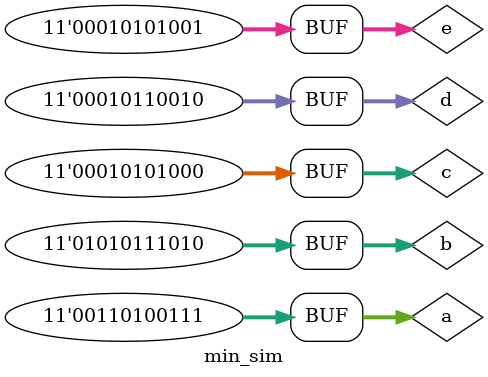
<source format=v>
`timescale 1ns / 1ps

module min_sim;

	// Inputs
	reg [10:0] a;
	reg [10:0] b;
	reg [10:0] c;
	reg [10:0] d;
	reg [10:0] e;

	// Outputs
	wire [10:0] r;
	
	min uut (
		.msg_1(a), 
		.msg_2(b), 
		.msg_3(c), 
		.msg_4(d), 
		.msg_5(e), 
		.msg(r)
	);
	
	initial begin
		// Initialize Inputs
		a = 0;
		b = 0;
		c = 0;
		d = 0;
		e = 0;
		
		#10
		a = 11'b00000110100111;
		b = 11'b00001010111010;
		c = 11'b10000010101000;
		d = 11'b11100010110010;
		e = 11'b01000010101001;

	end
      
endmodule


</source>
